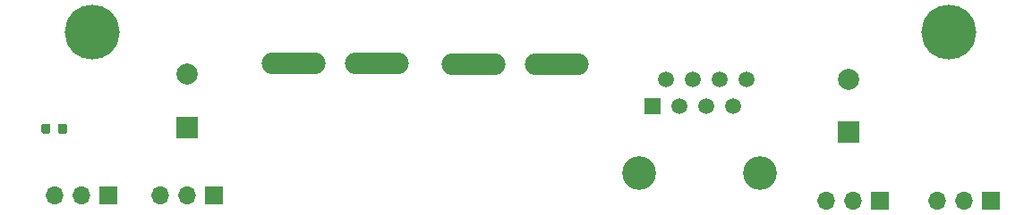
<source format=gbr>
G04 #@! TF.GenerationSoftware,KiCad,Pcbnew,5.1.10-88a1d61d58~88~ubuntu20.04.1*
G04 #@! TF.CreationDate,2021-05-15T17:55:39-06:00*
G04 #@! TF.ProjectId,pole-node,706f6c65-2d6e-46f6-9465-2e6b69636164,rev?*
G04 #@! TF.SameCoordinates,Original*
G04 #@! TF.FileFunction,Soldermask,Top*
G04 #@! TF.FilePolarity,Negative*
%FSLAX46Y46*%
G04 Gerber Fmt 4.6, Leading zero omitted, Abs format (unit mm)*
G04 Created by KiCad (PCBNEW 5.1.10-88a1d61d58~88~ubuntu20.04.1) date 2021-05-15 17:55:39*
%MOMM*%
%LPD*%
G01*
G04 APERTURE LIST*
%ADD10C,2.000000*%
%ADD11R,2.000000X2.000000*%
%ADD12O,1.700000X1.700000*%
%ADD13R,1.700000X1.700000*%
%ADD14O,6.030000X2.070000*%
%ADD15C,5.200000*%
%ADD16C,1.500000*%
%ADD17R,1.500000X1.500000*%
%ADD18C,3.200000*%
G04 APERTURE END LIST*
D10*
X52500000Y-60000000D03*
D11*
X52500000Y-65000000D03*
D10*
X115000000Y-60500000D03*
D11*
X115000000Y-65500000D03*
D12*
X123420000Y-72000000D03*
X125960000Y-72000000D03*
D13*
X128500000Y-72000000D03*
D12*
X112920000Y-72000000D03*
X115460000Y-72000000D03*
D13*
X118000000Y-72000000D03*
D12*
X49920000Y-71500000D03*
X52460000Y-71500000D03*
D13*
X55000000Y-71500000D03*
D12*
X39920000Y-71500000D03*
X42460000Y-71500000D03*
D13*
X45000000Y-71500000D03*
D14*
X79550000Y-59000000D03*
X87450000Y-59000000D03*
X62550000Y-58910000D03*
X70450000Y-58910000D03*
D15*
X124500000Y-56000000D03*
X43500000Y-56000000D03*
D16*
X105390000Y-60460000D03*
X104120000Y-63000000D03*
X102850000Y-60460000D03*
X101580000Y-63000000D03*
X100310000Y-60460000D03*
X99040000Y-63000000D03*
X97770000Y-60460000D03*
D17*
X96500000Y-63000000D03*
D18*
X95230000Y-69350000D03*
X106660000Y-69350000D03*
G36*
G01*
X40250000Y-65406250D02*
X40250000Y-64893750D01*
G75*
G02*
X40468750Y-64675000I218750J0D01*
G01*
X40906250Y-64675000D01*
G75*
G02*
X41125000Y-64893750I0J-218750D01*
G01*
X41125000Y-65406250D01*
G75*
G02*
X40906250Y-65625000I-218750J0D01*
G01*
X40468750Y-65625000D01*
G75*
G02*
X40250000Y-65406250I0J218750D01*
G01*
G37*
G36*
G01*
X38675000Y-65406250D02*
X38675000Y-64893750D01*
G75*
G02*
X38893750Y-64675000I218750J0D01*
G01*
X39331250Y-64675000D01*
G75*
G02*
X39550000Y-64893750I0J-218750D01*
G01*
X39550000Y-65406250D01*
G75*
G02*
X39331250Y-65625000I-218750J0D01*
G01*
X38893750Y-65625000D01*
G75*
G02*
X38675000Y-65406250I0J218750D01*
G01*
G37*
M02*

</source>
